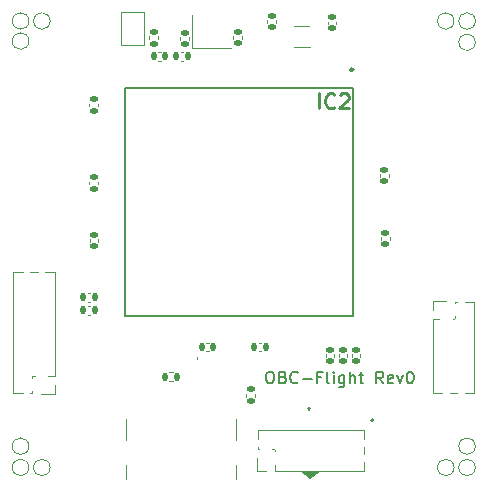
<source format=gto>
%TF.GenerationSoftware,KiCad,Pcbnew,7.0.2*%
%TF.CreationDate,2023-07-30T21:57:21-04:00*%
%TF.ProjectId,OBC-Flight,4f42432d-466c-4696-9768-742e6b696361,rev?*%
%TF.SameCoordinates,Original*%
%TF.FileFunction,Legend,Top*%
%TF.FilePolarity,Positive*%
%FSLAX46Y46*%
G04 Gerber Fmt 4.6, Leading zero omitted, Abs format (unit mm)*
G04 Created by KiCad (PCBNEW 7.0.2) date 2023-07-30 21:57:21*
%MOMM*%
%LPD*%
G01*
G04 APERTURE LIST*
G04 Aperture macros list*
%AMRoundRect*
0 Rectangle with rounded corners*
0 $1 Rounding radius*
0 $2 $3 $4 $5 $6 $7 $8 $9 X,Y pos of 4 corners*
0 Add a 4 corners polygon primitive as box body*
4,1,4,$2,$3,$4,$5,$6,$7,$8,$9,$2,$3,0*
0 Add four circle primitives for the rounded corners*
1,1,$1+$1,$2,$3*
1,1,$1+$1,$4,$5*
1,1,$1+$1,$6,$7*
1,1,$1+$1,$8,$9*
0 Add four rect primitives between the rounded corners*
20,1,$1+$1,$2,$3,$4,$5,0*
20,1,$1+$1,$4,$5,$6,$7,0*
20,1,$1+$1,$6,$7,$8,$9,0*
20,1,$1+$1,$8,$9,$2,$3,0*%
G04 Aperture macros list end*
%ADD10C,0.150000*%
%ADD11C,0.254000*%
%ADD12C,0.120000*%
%ADD13C,0.200000*%
%ADD14C,0.100000*%
%ADD15C,0.250000*%
%ADD16C,1.000000*%
%ADD17RoundRect,0.140000X-0.170000X0.140000X-0.170000X-0.140000X0.170000X-0.140000X0.170000X0.140000X0*%
%ADD18R,1.500000X1.000000*%
%ADD19R,0.650000X0.250000*%
%ADD20RoundRect,0.140000X0.170000X-0.140000X0.170000X0.140000X-0.170000X0.140000X-0.170000X-0.140000X0*%
%ADD21R,1.000000X1.000000*%
%ADD22O,1.000000X1.000000*%
%ADD23RoundRect,0.140000X0.140000X0.170000X-0.140000X0.170000X-0.140000X-0.170000X0.140000X-0.170000X0*%
%ADD24RoundRect,0.140000X-0.140000X-0.170000X0.140000X-0.170000X0.140000X0.170000X-0.140000X0.170000X0*%
%ADD25RoundRect,0.135000X0.185000X-0.135000X0.185000X0.135000X-0.185000X0.135000X-0.185000X-0.135000X0*%
%ADD26R,0.990000X0.300000*%
%ADD27RoundRect,0.135000X0.135000X0.185000X-0.135000X0.185000X-0.135000X-0.185000X0.135000X-0.185000X0*%
%ADD28R,1.000000X1.800000*%
%ADD29R,1.150000X1.000000*%
%ADD30R,0.300000X1.475000*%
%ADD31R,1.475000X0.300000*%
%ADD32RoundRect,0.135000X-0.185000X0.135000X-0.185000X-0.135000X0.185000X-0.135000X0.185000X0.135000X0*%
%ADD33C,0.650000*%
%ADD34R,0.600000X1.150000*%
%ADD35R,0.300000X1.150000*%
%ADD36O,1.000000X2.100000*%
%ADD37O,1.000000X1.800000*%
%ADD38R,1.087400X1.087400*%
%ADD39C,1.087400*%
G04 APERTURE END LIST*
D10*
X53800000Y-63095946D02*
X53200000Y-62595946D01*
X54500000Y-62595946D01*
X53800000Y-63095946D01*
G36*
X53800000Y-63095946D02*
G01*
X53200000Y-62595946D01*
X54500000Y-62595946D01*
X53800000Y-63095946D01*
G37*
X50328571Y-54077619D02*
X50519047Y-54077619D01*
X50519047Y-54077619D02*
X50614285Y-54125238D01*
X50614285Y-54125238D02*
X50709523Y-54220476D01*
X50709523Y-54220476D02*
X50757142Y-54410952D01*
X50757142Y-54410952D02*
X50757142Y-54744285D01*
X50757142Y-54744285D02*
X50709523Y-54934761D01*
X50709523Y-54934761D02*
X50614285Y-55030000D01*
X50614285Y-55030000D02*
X50519047Y-55077619D01*
X50519047Y-55077619D02*
X50328571Y-55077619D01*
X50328571Y-55077619D02*
X50233333Y-55030000D01*
X50233333Y-55030000D02*
X50138095Y-54934761D01*
X50138095Y-54934761D02*
X50090476Y-54744285D01*
X50090476Y-54744285D02*
X50090476Y-54410952D01*
X50090476Y-54410952D02*
X50138095Y-54220476D01*
X50138095Y-54220476D02*
X50233333Y-54125238D01*
X50233333Y-54125238D02*
X50328571Y-54077619D01*
X51519047Y-54553809D02*
X51661904Y-54601428D01*
X51661904Y-54601428D02*
X51709523Y-54649047D01*
X51709523Y-54649047D02*
X51757142Y-54744285D01*
X51757142Y-54744285D02*
X51757142Y-54887142D01*
X51757142Y-54887142D02*
X51709523Y-54982380D01*
X51709523Y-54982380D02*
X51661904Y-55030000D01*
X51661904Y-55030000D02*
X51566666Y-55077619D01*
X51566666Y-55077619D02*
X51185714Y-55077619D01*
X51185714Y-55077619D02*
X51185714Y-54077619D01*
X51185714Y-54077619D02*
X51519047Y-54077619D01*
X51519047Y-54077619D02*
X51614285Y-54125238D01*
X51614285Y-54125238D02*
X51661904Y-54172857D01*
X51661904Y-54172857D02*
X51709523Y-54268095D01*
X51709523Y-54268095D02*
X51709523Y-54363333D01*
X51709523Y-54363333D02*
X51661904Y-54458571D01*
X51661904Y-54458571D02*
X51614285Y-54506190D01*
X51614285Y-54506190D02*
X51519047Y-54553809D01*
X51519047Y-54553809D02*
X51185714Y-54553809D01*
X52757142Y-54982380D02*
X52709523Y-55030000D01*
X52709523Y-55030000D02*
X52566666Y-55077619D01*
X52566666Y-55077619D02*
X52471428Y-55077619D01*
X52471428Y-55077619D02*
X52328571Y-55030000D01*
X52328571Y-55030000D02*
X52233333Y-54934761D01*
X52233333Y-54934761D02*
X52185714Y-54839523D01*
X52185714Y-54839523D02*
X52138095Y-54649047D01*
X52138095Y-54649047D02*
X52138095Y-54506190D01*
X52138095Y-54506190D02*
X52185714Y-54315714D01*
X52185714Y-54315714D02*
X52233333Y-54220476D01*
X52233333Y-54220476D02*
X52328571Y-54125238D01*
X52328571Y-54125238D02*
X52471428Y-54077619D01*
X52471428Y-54077619D02*
X52566666Y-54077619D01*
X52566666Y-54077619D02*
X52709523Y-54125238D01*
X52709523Y-54125238D02*
X52757142Y-54172857D01*
X53185714Y-54696666D02*
X53947619Y-54696666D01*
X54757142Y-54553809D02*
X54423809Y-54553809D01*
X54423809Y-55077619D02*
X54423809Y-54077619D01*
X54423809Y-54077619D02*
X54899999Y-54077619D01*
X55423809Y-55077619D02*
X55328571Y-55030000D01*
X55328571Y-55030000D02*
X55280952Y-54934761D01*
X55280952Y-54934761D02*
X55280952Y-54077619D01*
X55804762Y-55077619D02*
X55804762Y-54410952D01*
X55804762Y-54077619D02*
X55757143Y-54125238D01*
X55757143Y-54125238D02*
X55804762Y-54172857D01*
X55804762Y-54172857D02*
X55852381Y-54125238D01*
X55852381Y-54125238D02*
X55804762Y-54077619D01*
X55804762Y-54077619D02*
X55804762Y-54172857D01*
X56709523Y-54410952D02*
X56709523Y-55220476D01*
X56709523Y-55220476D02*
X56661904Y-55315714D01*
X56661904Y-55315714D02*
X56614285Y-55363333D01*
X56614285Y-55363333D02*
X56519047Y-55410952D01*
X56519047Y-55410952D02*
X56376190Y-55410952D01*
X56376190Y-55410952D02*
X56280952Y-55363333D01*
X56709523Y-55030000D02*
X56614285Y-55077619D01*
X56614285Y-55077619D02*
X56423809Y-55077619D01*
X56423809Y-55077619D02*
X56328571Y-55030000D01*
X56328571Y-55030000D02*
X56280952Y-54982380D01*
X56280952Y-54982380D02*
X56233333Y-54887142D01*
X56233333Y-54887142D02*
X56233333Y-54601428D01*
X56233333Y-54601428D02*
X56280952Y-54506190D01*
X56280952Y-54506190D02*
X56328571Y-54458571D01*
X56328571Y-54458571D02*
X56423809Y-54410952D01*
X56423809Y-54410952D02*
X56614285Y-54410952D01*
X56614285Y-54410952D02*
X56709523Y-54458571D01*
X57185714Y-55077619D02*
X57185714Y-54077619D01*
X57614285Y-55077619D02*
X57614285Y-54553809D01*
X57614285Y-54553809D02*
X57566666Y-54458571D01*
X57566666Y-54458571D02*
X57471428Y-54410952D01*
X57471428Y-54410952D02*
X57328571Y-54410952D01*
X57328571Y-54410952D02*
X57233333Y-54458571D01*
X57233333Y-54458571D02*
X57185714Y-54506190D01*
X57947619Y-54410952D02*
X58328571Y-54410952D01*
X58090476Y-54077619D02*
X58090476Y-54934761D01*
X58090476Y-54934761D02*
X58138095Y-55030000D01*
X58138095Y-55030000D02*
X58233333Y-55077619D01*
X58233333Y-55077619D02*
X58328571Y-55077619D01*
X59995238Y-55077619D02*
X59661905Y-54601428D01*
X59423810Y-55077619D02*
X59423810Y-54077619D01*
X59423810Y-54077619D02*
X59804762Y-54077619D01*
X59804762Y-54077619D02*
X59900000Y-54125238D01*
X59900000Y-54125238D02*
X59947619Y-54172857D01*
X59947619Y-54172857D02*
X59995238Y-54268095D01*
X59995238Y-54268095D02*
X59995238Y-54410952D01*
X59995238Y-54410952D02*
X59947619Y-54506190D01*
X59947619Y-54506190D02*
X59900000Y-54553809D01*
X59900000Y-54553809D02*
X59804762Y-54601428D01*
X59804762Y-54601428D02*
X59423810Y-54601428D01*
X60804762Y-55030000D02*
X60709524Y-55077619D01*
X60709524Y-55077619D02*
X60519048Y-55077619D01*
X60519048Y-55077619D02*
X60423810Y-55030000D01*
X60423810Y-55030000D02*
X60376191Y-54934761D01*
X60376191Y-54934761D02*
X60376191Y-54553809D01*
X60376191Y-54553809D02*
X60423810Y-54458571D01*
X60423810Y-54458571D02*
X60519048Y-54410952D01*
X60519048Y-54410952D02*
X60709524Y-54410952D01*
X60709524Y-54410952D02*
X60804762Y-54458571D01*
X60804762Y-54458571D02*
X60852381Y-54553809D01*
X60852381Y-54553809D02*
X60852381Y-54649047D01*
X60852381Y-54649047D02*
X60376191Y-54744285D01*
X61185715Y-54410952D02*
X61423810Y-55077619D01*
X61423810Y-55077619D02*
X61661905Y-54410952D01*
X62233334Y-54077619D02*
X62328572Y-54077619D01*
X62328572Y-54077619D02*
X62423810Y-54125238D01*
X62423810Y-54125238D02*
X62471429Y-54172857D01*
X62471429Y-54172857D02*
X62519048Y-54268095D01*
X62519048Y-54268095D02*
X62566667Y-54458571D01*
X62566667Y-54458571D02*
X62566667Y-54696666D01*
X62566667Y-54696666D02*
X62519048Y-54887142D01*
X62519048Y-54887142D02*
X62471429Y-54982380D01*
X62471429Y-54982380D02*
X62423810Y-55030000D01*
X62423810Y-55030000D02*
X62328572Y-55077619D01*
X62328572Y-55077619D02*
X62233334Y-55077619D01*
X62233334Y-55077619D02*
X62138096Y-55030000D01*
X62138096Y-55030000D02*
X62090477Y-54982380D01*
X62090477Y-54982380D02*
X62042858Y-54887142D01*
X62042858Y-54887142D02*
X61995239Y-54696666D01*
X61995239Y-54696666D02*
X61995239Y-54458571D01*
X61995239Y-54458571D02*
X62042858Y-54268095D01*
X62042858Y-54268095D02*
X62090477Y-54172857D01*
X62090477Y-54172857D02*
X62138096Y-54125238D01*
X62138096Y-54125238D02*
X62233334Y-54077619D01*
D11*
X54540237Y-31787526D02*
X54540237Y-30517526D01*
X55870714Y-31666573D02*
X55810238Y-31727050D01*
X55810238Y-31727050D02*
X55628809Y-31787526D01*
X55628809Y-31787526D02*
X55507857Y-31787526D01*
X55507857Y-31787526D02*
X55326428Y-31727050D01*
X55326428Y-31727050D02*
X55205476Y-31606097D01*
X55205476Y-31606097D02*
X55144999Y-31485145D01*
X55144999Y-31485145D02*
X55084523Y-31243240D01*
X55084523Y-31243240D02*
X55084523Y-31061811D01*
X55084523Y-31061811D02*
X55144999Y-30819907D01*
X55144999Y-30819907D02*
X55205476Y-30698954D01*
X55205476Y-30698954D02*
X55326428Y-30578002D01*
X55326428Y-30578002D02*
X55507857Y-30517526D01*
X55507857Y-30517526D02*
X55628809Y-30517526D01*
X55628809Y-30517526D02*
X55810238Y-30578002D01*
X55810238Y-30578002D02*
X55870714Y-30638478D01*
X56354523Y-30638478D02*
X56414999Y-30578002D01*
X56414999Y-30578002D02*
X56535952Y-30517526D01*
X56535952Y-30517526D02*
X56838333Y-30517526D01*
X56838333Y-30517526D02*
X56959285Y-30578002D01*
X56959285Y-30578002D02*
X57019761Y-30638478D01*
X57019761Y-30638478D02*
X57080238Y-30759430D01*
X57080238Y-30759430D02*
X57080238Y-30880383D01*
X57080238Y-30880383D02*
X57019761Y-31061811D01*
X57019761Y-31061811D02*
X56294047Y-31787526D01*
X56294047Y-31787526D02*
X57080238Y-31787526D01*
D12*
X30000000Y-24400000D02*
G75*
G03*
X30000000Y-24400000I-700000J0D01*
G01*
X55840000Y-52592164D02*
X55840000Y-52807836D01*
X55120000Y-52592164D02*
X55120000Y-52807836D01*
X37780000Y-26450000D02*
X37780000Y-23650000D01*
X39780000Y-26450000D02*
X37780000Y-26450000D01*
X37780000Y-23650000D02*
X39780000Y-23650000D01*
X39780000Y-23650000D02*
X39780000Y-26450000D01*
D13*
X53725000Y-57100000D02*
X53725000Y-57100000D01*
X53725000Y-57300000D02*
X53725000Y-57300000D01*
X53725000Y-57300000D02*
G75*
G03*
X53725000Y-57100000I0J100000D01*
G01*
X53725000Y-57100000D02*
G75*
G03*
X53725000Y-57300000I0J-100000D01*
G01*
D12*
X35120000Y-31607836D02*
X35120000Y-31392164D01*
X35840000Y-31607836D02*
X35840000Y-31392164D01*
X42820000Y-26007836D02*
X42820000Y-25792164D01*
X43540000Y-26007836D02*
X43540000Y-25792164D01*
X49300000Y-62530000D02*
X49300000Y-61400000D01*
X50060000Y-62530000D02*
X49300000Y-62530000D01*
X50820000Y-62530000D02*
X58375000Y-62530000D01*
X50820000Y-62530000D02*
X50820000Y-61963471D01*
X58375000Y-62530000D02*
X58375000Y-61707530D01*
X58375000Y-61092470D02*
X58375000Y-60437530D01*
X50820000Y-60836529D02*
X50820000Y-60693471D01*
X49365000Y-60640000D02*
X49365000Y-60437530D01*
X49496529Y-60640000D02*
X49365000Y-60640000D01*
X50766529Y-60640000D02*
X50623471Y-60640000D01*
X49365000Y-59822470D02*
X49365000Y-59000000D01*
X58375000Y-59822470D02*
X58375000Y-59000000D01*
X49365000Y-59000000D02*
X58375000Y-59000000D01*
X35187836Y-48160000D02*
X34972164Y-48160000D01*
X35187836Y-47440000D02*
X34972164Y-47440000D01*
X42872164Y-27040000D02*
X43087836Y-27040000D01*
X42872164Y-27760000D02*
X43087836Y-27760000D01*
X67800000Y-24400000D02*
G75*
G03*
X67800000Y-24400000I-700000J0D01*
G01*
X67800000Y-60400000D02*
G75*
G03*
X67800000Y-60400000I-700000J0D01*
G01*
X31800000Y-24400000D02*
G75*
G03*
X31800000Y-24400000I-700000J0D01*
G01*
X35187836Y-49260000D02*
X34972164Y-49260000D01*
X35187836Y-48540000D02*
X34972164Y-48540000D01*
X40200000Y-25953641D02*
X40200000Y-25646359D01*
X40960000Y-25953641D02*
X40960000Y-25646359D01*
X49687836Y-52360000D02*
X49472164Y-52360000D01*
X49687836Y-51640000D02*
X49472164Y-51640000D01*
D14*
X44275000Y-52900000D02*
X44275000Y-52900000D01*
X44275000Y-53000000D02*
X44275000Y-53000000D01*
X44275000Y-53000000D02*
G75*
G03*
X44275000Y-52900000I0J50000D01*
G01*
X44275000Y-52900000D02*
G75*
G03*
X44275000Y-53000000I0J-50000D01*
G01*
D12*
X56940000Y-52592164D02*
X56940000Y-52807836D01*
X56220000Y-52592164D02*
X56220000Y-52807836D01*
X42203641Y-54880000D02*
X41896359Y-54880000D01*
X42203641Y-54120000D02*
X41896359Y-54120000D01*
X60460000Y-37392164D02*
X60460000Y-37607836D01*
X59740000Y-37392164D02*
X59740000Y-37607836D01*
X53775000Y-26575000D02*
X52425000Y-26575000D01*
X53775000Y-24825000D02*
X52425000Y-24825000D01*
X30000000Y-26100000D02*
G75*
G03*
X30000000Y-26100000I-700000J0D01*
G01*
X66000000Y-62200000D02*
G75*
G03*
X66000000Y-62200000I-700000J0D01*
G01*
X43805000Y-23900000D02*
X43805000Y-26700000D01*
X43805000Y-26700000D02*
X47105000Y-26700000D01*
D13*
X57480000Y-30088000D02*
X57480000Y-49388000D01*
X38180000Y-30088000D02*
X57480000Y-30088000D01*
X57480000Y-49388000D02*
X38180000Y-49388000D01*
X38180000Y-49388000D02*
X38180000Y-30088000D01*
D15*
X57455000Y-28513000D02*
G75*
G03*
X57455000Y-28513000I-125000J0D01*
G01*
D12*
X50190000Y-24537836D02*
X50190000Y-24322164D01*
X50910000Y-24537836D02*
X50910000Y-24322164D01*
X32180000Y-55960000D02*
X31050000Y-55960000D01*
X32180000Y-55200000D02*
X32180000Y-55960000D01*
X32180000Y-54440000D02*
X32180000Y-45615000D01*
X32180000Y-54440000D02*
X31613471Y-54440000D01*
X32180000Y-45615000D02*
X31357530Y-45615000D01*
X30742470Y-45615000D02*
X30087530Y-45615000D01*
X30486529Y-54440000D02*
X30343471Y-54440000D01*
X30290000Y-55895000D02*
X30087530Y-55895000D01*
X30290000Y-55763471D02*
X30290000Y-55895000D01*
X30290000Y-54493471D02*
X30290000Y-54636529D01*
X29472470Y-55895000D02*
X28650000Y-55895000D01*
X29472470Y-45615000D02*
X28650000Y-45615000D01*
X28650000Y-55895000D02*
X28650000Y-45615000D01*
X30000000Y-62200000D02*
G75*
G03*
X30000000Y-62200000I-700000J0D01*
G01*
X48040000Y-25692164D02*
X48040000Y-25907836D01*
X47320000Y-25692164D02*
X47320000Y-25907836D01*
X49180000Y-55936359D02*
X49180000Y-56243641D01*
X48420000Y-55936359D02*
X48420000Y-56243641D01*
X58040000Y-52592164D02*
X58040000Y-52807836D01*
X57320000Y-52592164D02*
X57320000Y-52807836D01*
X38210000Y-59890000D02*
X38210000Y-58090000D01*
X38210000Y-61990000D02*
X38210000Y-63140000D01*
X47550000Y-59890000D02*
X47550000Y-58090000D01*
X47550000Y-61990000D02*
X47550000Y-63140000D01*
X31800000Y-62200000D02*
G75*
G03*
X31800000Y-62200000I-700000J0D01*
G01*
X64180000Y-48090000D02*
X65310000Y-48090000D01*
X64180000Y-48850000D02*
X64180000Y-48090000D01*
X64180000Y-49610000D02*
X64180000Y-55895000D01*
X64180000Y-49610000D02*
X64746529Y-49610000D01*
X64180000Y-55895000D02*
X65002470Y-55895000D01*
X65617530Y-55895000D02*
X66272470Y-55895000D01*
X65873471Y-49610000D02*
X66016529Y-49610000D01*
X66070000Y-48155000D02*
X66272470Y-48155000D01*
X66070000Y-48286529D02*
X66070000Y-48155000D01*
X66070000Y-49556529D02*
X66070000Y-49413471D01*
X66887530Y-48155000D02*
X67710000Y-48155000D01*
X66887530Y-55895000D02*
X67710000Y-55895000D01*
X67710000Y-48155000D02*
X67710000Y-55895000D01*
X30000000Y-60400000D02*
G75*
G03*
X30000000Y-60400000I-700000J0D01*
G01*
X35120000Y-38207836D02*
X35120000Y-37992164D01*
X35840000Y-38207836D02*
X35840000Y-37992164D01*
X45012164Y-51640000D02*
X45227836Y-51640000D01*
X45012164Y-52360000D02*
X45227836Y-52360000D01*
X55290000Y-24657836D02*
X55290000Y-24442164D01*
X56010000Y-24657836D02*
X56010000Y-24442164D01*
X40972164Y-27040000D02*
X41187836Y-27040000D01*
X40972164Y-27760000D02*
X41187836Y-27760000D01*
X35140000Y-43107836D02*
X35140000Y-42892164D01*
X35860000Y-43107836D02*
X35860000Y-42892164D01*
X60540000Y-42692164D02*
X60540000Y-42907836D01*
X59820000Y-42692164D02*
X59820000Y-42907836D01*
X66000000Y-24400000D02*
G75*
G03*
X66000000Y-24400000I-700000J0D01*
G01*
D13*
X59075000Y-58300000D02*
X59075000Y-58300000D01*
X59075000Y-58100000D02*
X59075000Y-58100000D01*
X59075000Y-58100000D02*
G75*
G03*
X59075000Y-58300000I0J-100000D01*
G01*
X59075000Y-58300000D02*
G75*
G03*
X59075000Y-58100000I0J100000D01*
G01*
D12*
X67800000Y-26200000D02*
G75*
G03*
X67800000Y-26200000I-700000J0D01*
G01*
X67800000Y-62200000D02*
G75*
G03*
X67800000Y-62200000I-700000J0D01*
G01*
%LPC*%
D16*
X29300000Y-24400000D03*
D17*
X55480000Y-52220000D03*
X55480000Y-53180000D03*
D18*
X38780000Y-25700000D03*
X38780000Y-24400000D03*
D19*
X54550000Y-57200000D03*
X54550000Y-57700000D03*
X54550000Y-58200000D03*
X55500000Y-58200000D03*
X55500000Y-57700000D03*
X55500000Y-57200000D03*
D20*
X35480000Y-31980000D03*
X35480000Y-31020000D03*
X43180000Y-26380000D03*
X43180000Y-25420000D03*
D21*
X50060000Y-61400000D03*
D22*
X50060000Y-60130000D03*
X51330000Y-61400000D03*
X51330000Y-60130000D03*
X52600000Y-61400000D03*
X52600000Y-60130000D03*
X53870000Y-61400000D03*
X53870000Y-60130000D03*
X55140000Y-61400000D03*
X55140000Y-60130000D03*
X56410000Y-61400000D03*
X56410000Y-60130000D03*
X57680000Y-61400000D03*
X57680000Y-60130000D03*
D23*
X35560000Y-47800000D03*
X34600000Y-47800000D03*
D24*
X42500000Y-27400000D03*
X43460000Y-27400000D03*
D16*
X67100000Y-24400000D03*
X67100000Y-60400000D03*
X31100000Y-24400000D03*
D23*
X35560000Y-48900000D03*
X34600000Y-48900000D03*
D25*
X40580000Y-26310000D03*
X40580000Y-25290000D03*
D23*
X50060000Y-52000000D03*
X49100000Y-52000000D03*
D26*
X45070000Y-53000000D03*
X45070000Y-53500000D03*
X45070000Y-54000000D03*
X46680000Y-54000000D03*
X46680000Y-53500000D03*
X46680000Y-53000000D03*
D17*
X56580000Y-52220000D03*
X56580000Y-53180000D03*
D27*
X42560000Y-54500000D03*
X41540000Y-54500000D03*
D17*
X60100000Y-37020000D03*
X60100000Y-37980000D03*
D28*
X51850000Y-25700000D03*
X54350000Y-25700000D03*
D16*
X29300000Y-26100000D03*
X65300000Y-62200000D03*
D29*
X44580000Y-26000000D03*
X46330000Y-26000000D03*
X46330000Y-24600000D03*
X44580000Y-24600000D03*
D30*
X56580000Y-29000000D03*
X56080000Y-29000000D03*
X55580000Y-29000000D03*
X55080000Y-29000000D03*
X54580000Y-29000000D03*
X54080000Y-29000000D03*
X53580000Y-29000000D03*
X53080000Y-29000000D03*
X52580000Y-29000000D03*
X52080000Y-29000000D03*
X51580000Y-29000000D03*
X51080000Y-29000000D03*
X50580000Y-29000000D03*
X50080000Y-29000000D03*
X49580000Y-29000000D03*
X49080000Y-29000000D03*
X48580000Y-29000000D03*
X48080000Y-29000000D03*
X47580000Y-29000000D03*
X47080000Y-29000000D03*
X46580000Y-29000000D03*
X46080000Y-29000000D03*
X45580000Y-29000000D03*
X45080000Y-29000000D03*
X44580000Y-29000000D03*
X44080000Y-29000000D03*
X43580000Y-29000000D03*
X43080000Y-29000000D03*
X42580000Y-29000000D03*
X42080000Y-29000000D03*
X41580000Y-29000000D03*
X41080000Y-29000000D03*
X40580000Y-29000000D03*
X40080000Y-29000000D03*
X39580000Y-29000000D03*
X39080000Y-29000000D03*
D31*
X37092000Y-30988000D03*
X37092000Y-31488000D03*
X37092000Y-31988000D03*
X37092000Y-32488000D03*
X37092000Y-32988000D03*
X37092000Y-33488000D03*
X37092000Y-33988000D03*
X37092000Y-34488000D03*
X37092000Y-34988000D03*
X37092000Y-35488000D03*
X37092000Y-35988000D03*
X37092000Y-36488000D03*
X37092000Y-36988000D03*
X37092000Y-37488000D03*
X37092000Y-37988000D03*
X37092000Y-38488000D03*
X37092000Y-38988000D03*
X37092000Y-39488000D03*
X37092000Y-39988000D03*
X37092000Y-40488000D03*
X37092000Y-40988000D03*
X37092000Y-41488000D03*
X37092000Y-41988000D03*
X37092000Y-42488000D03*
X37092000Y-42988000D03*
X37092000Y-43488000D03*
X37092000Y-43988000D03*
X37092000Y-44488000D03*
X37092000Y-44988000D03*
X37092000Y-45488000D03*
X37092000Y-45988000D03*
X37092000Y-46488000D03*
X37092000Y-46988000D03*
X37092000Y-47488000D03*
X37092000Y-47988000D03*
X37092000Y-48488000D03*
D30*
X39080000Y-50476000D03*
X39580000Y-50476000D03*
X40080000Y-50476000D03*
X40580000Y-50476000D03*
X41080000Y-50476000D03*
X41580000Y-50476000D03*
X42080000Y-50476000D03*
X42580000Y-50476000D03*
X43080000Y-50476000D03*
X43580000Y-50476000D03*
X44080000Y-50476000D03*
X44580000Y-50476000D03*
X45080000Y-50476000D03*
X45580000Y-50476000D03*
X46080000Y-50476000D03*
X46580000Y-50476000D03*
X47080000Y-50476000D03*
X47580000Y-50476000D03*
X48080000Y-50476000D03*
X48580000Y-50476000D03*
X49080000Y-50476000D03*
X49580000Y-50476000D03*
X50080000Y-50476000D03*
X50580000Y-50476000D03*
X51080000Y-50476000D03*
X51580000Y-50476000D03*
X52080000Y-50476000D03*
X52580000Y-50476000D03*
X53080000Y-50476000D03*
X53580000Y-50476000D03*
X54080000Y-50476000D03*
X54580000Y-50476000D03*
X55080000Y-50476000D03*
X55580000Y-50476000D03*
X56080000Y-50476000D03*
X56580000Y-50476000D03*
D31*
X58568000Y-48488000D03*
X58568000Y-47988000D03*
X58568000Y-47488000D03*
X58568000Y-46988000D03*
X58568000Y-46488000D03*
X58568000Y-45988000D03*
X58568000Y-45488000D03*
X58568000Y-44988000D03*
X58568000Y-44488000D03*
X58568000Y-43988000D03*
X58568000Y-43488000D03*
X58568000Y-42988000D03*
X58568000Y-42488000D03*
X58568000Y-41988000D03*
X58568000Y-41488000D03*
X58568000Y-40988000D03*
X58568000Y-40488000D03*
X58568000Y-39988000D03*
X58568000Y-39488000D03*
X58568000Y-38988000D03*
X58568000Y-38488000D03*
X58568000Y-37988000D03*
X58568000Y-37488000D03*
X58568000Y-36988000D03*
X58568000Y-36488000D03*
X58568000Y-35988000D03*
X58568000Y-35488000D03*
X58568000Y-34988000D03*
X58568000Y-34488000D03*
X58568000Y-33988000D03*
X58568000Y-33488000D03*
X58568000Y-32988000D03*
X58568000Y-32488000D03*
X58568000Y-31988000D03*
X58568000Y-31488000D03*
X58568000Y-30988000D03*
D20*
X50550000Y-24910000D03*
X50550000Y-23950000D03*
D21*
X31050000Y-55200000D03*
D22*
X29780000Y-55200000D03*
X31050000Y-53930000D03*
X29780000Y-53930000D03*
X31050000Y-52660000D03*
X29780000Y-52660000D03*
X31050000Y-51390000D03*
X29780000Y-51390000D03*
X31050000Y-50120000D03*
X29780000Y-50120000D03*
X31050000Y-48850000D03*
X29780000Y-48850000D03*
X31050000Y-47580000D03*
X29780000Y-47580000D03*
X31050000Y-46310000D03*
X29780000Y-46310000D03*
D16*
X29300000Y-62200000D03*
D17*
X47680000Y-25320000D03*
X47680000Y-26280000D03*
D32*
X48800000Y-55580000D03*
X48800000Y-56600000D03*
D17*
X57680000Y-52220000D03*
X57680000Y-53180000D03*
D33*
X39990000Y-57285000D03*
X45770000Y-57285000D03*
D34*
X39680000Y-56210000D03*
X40480000Y-56210000D03*
D35*
X41630000Y-56210000D03*
X42630000Y-56210000D03*
X43130000Y-56210000D03*
X44130000Y-56210000D03*
D34*
X45280000Y-56210000D03*
X46080000Y-56210000D03*
X46080000Y-56210000D03*
X45280000Y-56210000D03*
D35*
X44630000Y-56210000D03*
X43630000Y-56210000D03*
X42130000Y-56210000D03*
X41130000Y-56210000D03*
D34*
X40480000Y-56210000D03*
X39680000Y-56210000D03*
D36*
X38560000Y-56785000D03*
D37*
X38560000Y-60965000D03*
D36*
X47200000Y-56785000D03*
D37*
X47200000Y-60965000D03*
D16*
X31100000Y-62200000D03*
D21*
X65310000Y-48850000D03*
D22*
X66580000Y-48850000D03*
X65310000Y-50120000D03*
X66580000Y-50120000D03*
X65310000Y-51390000D03*
X66580000Y-51390000D03*
X65310000Y-52660000D03*
X66580000Y-52660000D03*
X65310000Y-53930000D03*
X66580000Y-53930000D03*
X65310000Y-55200000D03*
X66580000Y-55200000D03*
D16*
X29300000Y-60400000D03*
D20*
X35480000Y-38580000D03*
X35480000Y-37620000D03*
D24*
X44640000Y-52000000D03*
X45600000Y-52000000D03*
D20*
X55650000Y-25030000D03*
X55650000Y-24070000D03*
D24*
X40600000Y-27400000D03*
X41560000Y-27400000D03*
D20*
X35500000Y-43480000D03*
X35500000Y-42520000D03*
D17*
X60180000Y-42320000D03*
X60180000Y-43280000D03*
D16*
X65300000Y-24400000D03*
D19*
X58250000Y-58200000D03*
X58250000Y-57700000D03*
X58250000Y-57200000D03*
X57300000Y-57200000D03*
X57300000Y-57700000D03*
X57300000Y-58200000D03*
D16*
X67100000Y-26200000D03*
X67100000Y-62200000D03*
D38*
X29660000Y-31755000D03*
D39*
X32200000Y-31755000D03*
X29660000Y-33025000D03*
X32200000Y-33025000D03*
X29660000Y-34295000D03*
X32200000Y-34295000D03*
X29660000Y-35565000D03*
X32200000Y-35565000D03*
X29660000Y-36835000D03*
X32200000Y-36835000D03*
X29660000Y-38105000D03*
X32200000Y-38105000D03*
X29660000Y-39375000D03*
X32200000Y-39375000D03*
X29660000Y-40645000D03*
X32200000Y-40645000D03*
D38*
X66700000Y-40650000D03*
D39*
X64160000Y-40650000D03*
X66700000Y-39380000D03*
X64160000Y-39380000D03*
X66700000Y-38110000D03*
X64160000Y-38110000D03*
X66700000Y-36840000D03*
X64160000Y-36840000D03*
X66700000Y-35570000D03*
X64160000Y-35570000D03*
X66700000Y-34300000D03*
X64160000Y-34300000D03*
X66700000Y-33030000D03*
X64160000Y-33030000D03*
X66700000Y-31760000D03*
X64160000Y-31760000D03*
%LPD*%
M02*

</source>
